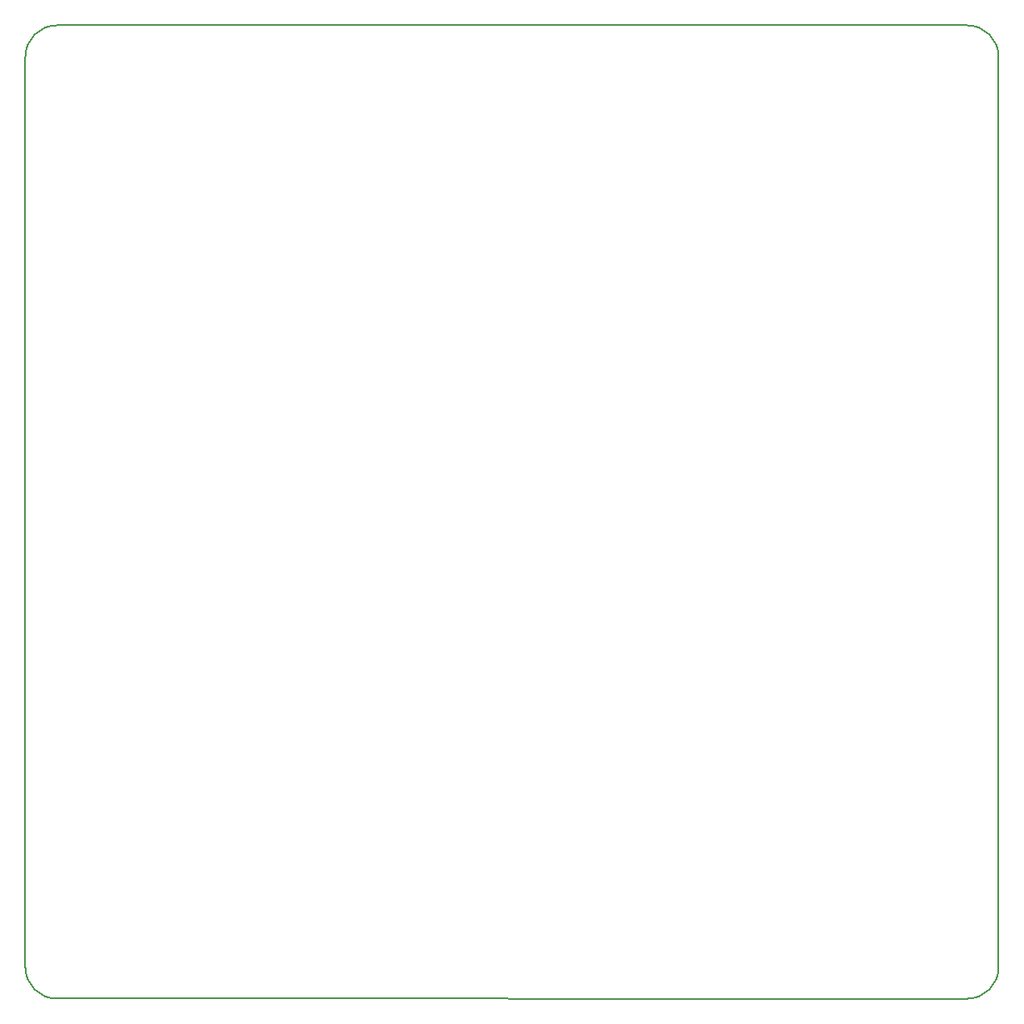
<source format=gko>
G04 Layer_Color=16711935*
%FSLAX44Y44*%
%MOMM*%
G71*
G01*
G75*
%ADD46C,0.2000*%
D46*
X-495300Y-463550D02*
G03*
X-463553Y-495298I31748J-0D01*
G01*
X-463550Y495300D02*
G03*
X-495300Y463550I-0J-31749D01*
G01*
X495300Y463550D02*
G03*
X463550Y495300I-31749J0D01*
G01*
X463547Y-495303D02*
G03*
X495295Y-463555I0J31747D01*
G01*
X-495300Y463550D02*
X-495300Y-463550D01*
X-463550Y495300D02*
X463550Y495300D01*
X495295Y-463555D02*
X495300Y463550D01*
X-463553Y-495298D02*
X463547Y-495303D01*
M02*

</source>
